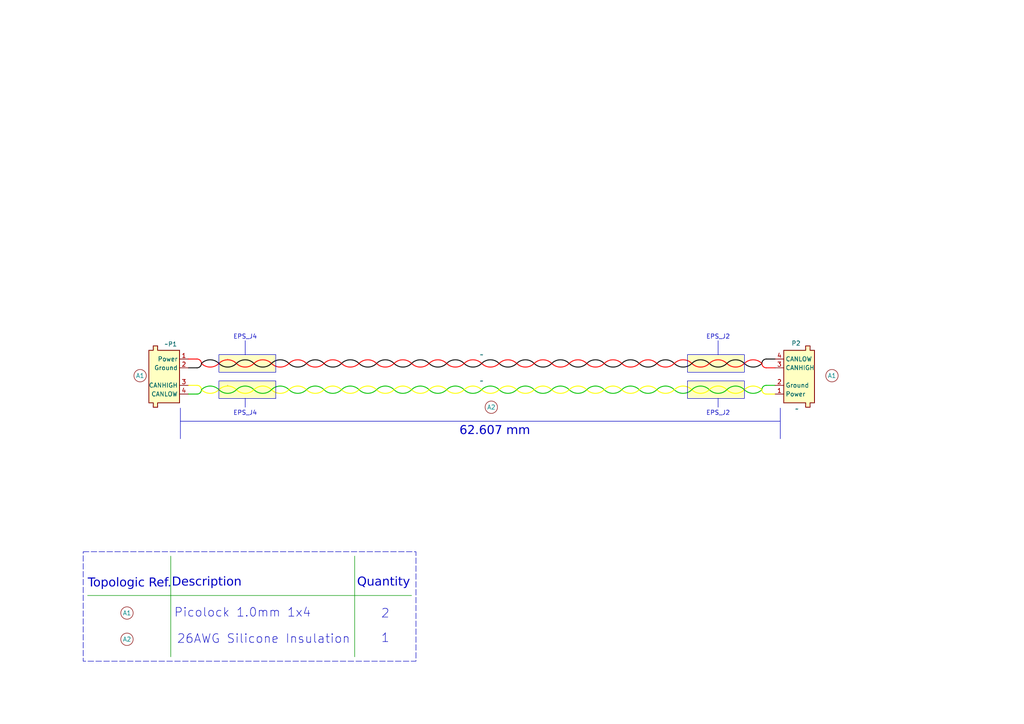
<source format=kicad_sch>
(kicad_sch (version 20231120) (generator "eeschema") (generator_version "8.0")
  (paper "A4")
  (title_block (title "CANBUS"))
  (lib_symbols
    (symbol "Molex_Nano_Fit_2x1_1"
      (property "Reference" "P1" (at -8.128 6.858 90))
      (property "Value" "~" (at -8.128 5.08 90))
      (symbol "Molex_Nano_Fit_2x1_1_0_1"
        (polyline (pts (xy 8.89 10.16) (xy 8.89 10.16)))
        (polyline (pts (xy -6.35 8.89) (xy 8.89 8.89) (xy 8.89 2.54) (xy 10.16 2.54) (xy 10.16 1.27) (xy 8.89 1.27) (xy 8.89 0) (xy 1.27 0) (xy 1.27 0) (xy -6.35 0) (xy -6.35 1.27) (xy -7.62 1.27) (xy -7.62 2.54) (xy -6.35 2.54) (xy -6.35 8.89)) (stroke (width 0.254)) (fill (type color) (color 255 255 194 1)))
      )
      (symbol "Molex_Nano_Fit_2x1_1_1_1"
        (pin input line (at -3.81 11.43 270) (length 2.54) (name "Power") (number "1"))
        (pin input line (at -1.27 11.43 270) (length 2.54) (name "Ground") (number "2"))
        (pin input line (at 3.81 11.43 270) (length 2.54) (name "CANHIGH") (number "3"))
        (pin input line (at 6.35 11.43 270) (length 2.54) (name "CANLOW") (number "4"))
      )
    )
    (symbol "Twisted_Cable_1"
      (property "Value" "~" (at 73.66 2.54 0))
      (symbol "Twisted_Cable_1_0_1"
        (arc (start -8.8899 -1.2701) (mid -7.9919 -0.8981) (end -7.6199 -0.0001) (stroke (width 0.254) (color 0 194 0 1)))
        (arc (start -7.62 0) (mid -7.992 0.898) (end -8.89 1.27) (stroke (width 0.254) (color 255 255 0 1)))
        (arc (start -7.62 0) (mid -5.08 -1.0521) (end -2.54 0) (stroke (width 0.254) (color 255 255 0 1)))
        (arc (start -2.54 0) (mid -5.08 1.0521) (end -7.62 0) (stroke (width 0.254) (color 0 194 0 1)))
        (arc (start -2.54 0) (mid 0 -1.0521) (end 2.54 0) (stroke (width 0.254) (color 0 194 0 1)))
        (polyline (pts (xy -8.89 -1.27) (xy -11.43 -1.27)) (stroke (width 0.254) (color 0 194 0 1)))
        (polyline (pts (xy -8.89 -1.27) (xy -8.89 -1.27)))
        (polyline (pts (xy -8.89 1.27) (xy -11.43 1.27)) (stroke (width 0.254) (color 255 255 0 1)))
        (polyline (pts (xy 156.21 -1.27) (xy 158.75 -1.27)) (stroke (width 0.254) (color 255 255 0 1)))
        (polyline (pts (xy 156.21 1.27) (xy 158.75 1.27)) (stroke (width 0.254) (color 0 194 0 1)))
        (arc (start 0 1.27) (mid 0 1.27) (end 0 1.27))
        (arc (start 2.54 0) (mid 0 1.0521) (end -2.54 0) (stroke (width 0.254) (color 255 255 0 1)))
        (arc (start 2.54 0) (mid 2.54 0) (end 2.54 0))
        (arc (start 2.54 0) (mid 5.08 -1.0521) (end 7.62 0) (stroke (width 0.254) (color 255 255 0 1)))
        (arc (start 7.62 0) (mid 5.08 1.0521) (end 2.54 0) (stroke (width 0.254) (color 0 194 0 1)))
        (arc (start 7.62 0) (mid 7.62 0) (end 7.62 0))
        (arc (start 7.62 0) (mid 10.16 -1.0521) (end 12.7 0) (stroke (width 0.254) (color 0 194 0 1)))
        (arc (start 12.7 0) (mid 10.16 1.0521) (end 7.62 0) (stroke (width 0.254) (color 255 255 0 1)))
        (arc (start 12.7 0) (mid 15.24 -1.0521) (end 17.78 0) (stroke (width 0.254) (color 255 255 0 1)))
        (arc (start 17.78 0) (mid 15.24 1.0521) (end 12.7 0) (stroke (width 0.254) (color 0 194 0 1)))
        (arc (start 17.78 0) (mid 17.78 0) (end 17.78 0))
        (arc (start 17.78 0) (mid 20.32 -1.0521) (end 22.86 0) (stroke (width 0.254) (color 0 194 0 1)))
        (arc (start 22.86 0) (mid 20.32 1.0521) (end 17.78 0) (stroke (width 0.254) (color 255 255 0 1)))
        (arc (start 22.86 0) (mid 25.4 -1.0521) (end 27.94 0) (stroke (width 0.254) (color 255 255 0 1)))
        (arc (start 27.94 0) (mid 25.4 1.0521) (end 22.86 0) (stroke (width 0.254) (color 0 194 0 1)))
        (arc (start 27.94 0) (mid 27.94 0) (end 27.94 0))
        (arc (start 27.94 0) (mid 30.48 -1.0521) (end 33.02 0) (stroke (width 0.254) (color 0 194 0 1)))
        (arc (start 33.02 0) (mid 30.48 1.0521) (end 27.94 0) (stroke (width 0.254) (color 255 255 0 1)))
        (arc (start 33.02 0) (mid 35.56 -1.0521) (end 38.1 0) (stroke (width 0.254) (color 255 255 0 1)))
        (arc (start 38.1 0) (mid 35.56 1.0521) (end 33.02 0) (stroke (width 0.254) (color 0 194 0 1)))
        (arc (start 38.1 0) (mid 38.1 0) (end 38.1 0))
        (arc (start 38.1 0) (mid 40.64 -1.0521) (end 43.18 0) (stroke (width 0.254) (color 0 194 0 1)))
        (arc (start 43.18 0) (mid 40.64 1.0521) (end 38.1 0) (stroke (width 0.254) (color 255 255 0 1)))
        (arc (start 43.18 0) (mid 45.72 -1.0521) (end 48.26 0) (stroke (width 0.254) (color 255 255 0 1)))
        (arc (start 48.26 0) (mid 45.72 1.0521) (end 43.18 0) (stroke (width 0.254) (color 0 194 0 1)))
        (arc (start 48.26 0) (mid 48.26 0) (end 48.26 0))
        (arc (start 48.26 0) (mid 50.8 -1.0521) (end 53.34 0) (stroke (width 0.254) (color 0 194 0 1)))
        (arc (start 53.34 0) (mid 50.8 1.0521) (end 48.26 0) (stroke (width 0.254) (color 255 255 0 1)))
        (arc (start 53.34 0) (mid 55.88 -1.0521) (end 58.42 0) (stroke (width 0.254) (color 255 255 0 1)))
        (arc (start 58.42 0) (mid 55.88 1.0521) (end 53.34 0) (stroke (width 0.254) (color 0 194 0 1)))
        (arc (start 58.42 0) (mid 58.42 0) (end 58.42 0))
        (arc (start 58.42 0) (mid 60.96 -1.0521) (end 63.5 0) (stroke (width 0.254) (color 0 194 0 1)))
        (arc (start 63.5 0) (mid 60.96 1.0521) (end 58.42 0) (stroke (width 0.254) (color 255 255 0 1)))
        (arc (start 63.5 0) (mid 66.04 -1.0521) (end 68.58 0) (stroke (width 0.254) (color 255 255 0 1)))
        (arc (start 68.58 0) (mid 66.04 1.0521) (end 63.5 0) (stroke (width 0.254) (color 0 194 0 1)))
        (arc (start 68.58 0) (mid 68.58 0) (end 68.58 0))
        (arc (start 68.58 0) (mid 71.12 -1.0521) (end 73.66 0) (stroke (width 0.254) (color 0 194 0 1)))
        (arc (start 73.66 0) (mid 71.12 1.0521) (end 68.58 0) (stroke (width 0.254) (color 255 255 0 1)))
        (arc (start 73.66 0) (mid 76.2 -1.0521) (end 78.74 0) (stroke (width 0.254) (color 255 255 0 1)))
        (arc (start 78.74 0) (mid 76.2 1.0521) (end 73.66 0) (stroke (width 0.254) (color 0 194 0 1)))
        (arc (start 78.74 0) (mid 78.74 0) (end 78.74 0))
        (arc (start 78.74 0) (mid 81.28 -1.0521) (end 83.82 0) (stroke (width 0.254) (color 0 194 0 1)))
        (arc (start 83.82 0) (mid 81.28 1.0521) (end 78.74 0) (stroke (width 0.254) (color 255 255 0 1)))
        (arc (start 83.82 0) (mid 86.36 -1.0521) (end 88.9 0) (stroke (width 0.254) (color 255 255 0 1)))
        (arc (start 88.9 0) (mid 86.36 1.0521) (end 83.82 0) (stroke (width 0.254) (color 0 194 0 1)))
        (arc (start 88.9 0) (mid 88.9 0) (end 88.9 0))
        (arc (start 88.9 0) (mid 91.44 -1.0521) (end 93.98 0) (stroke (width 0.254) (color 0 194 0 1)))
        (arc (start 93.98 0) (mid 91.44 1.0521) (end 88.9 0) (stroke (width 0.254) (color 255 255 0 1)))
        (arc (start 93.98 0) (mid 96.52 -1.0521) (end 99.06 0) (stroke (width 0.254) (color 255 255 0 1)))
        (arc (start 99.06 0) (mid 96.52 1.0521) (end 93.98 0) (stroke (width 0.254) (color 0 194 0 1)))
        (arc (start 99.06 0) (mid 99.06 0) (end 99.06 0))
        (arc (start 99.06 0) (mid 101.6 -1.0521) (end 104.14 0) (stroke (width 0.254) (color 0 194 0 1)))
        (arc (start 104.14 0) (mid 101.6 1.0521) (end 99.06 0) (stroke (width 0.254) (color 255 255 0 1)))
        (arc (start 104.14 0) (mid 106.68 -1.0521) (end 109.22 0) (stroke (width 0.254) (color 255 255 0 1)))
        (arc (start 109.22 0) (mid 106.68 1.0521) (end 104.14 0) (stroke (width 0.254) (color 0 194 0 1)))
        (arc (start 109.22 0) (mid 109.22 0) (end 109.22 0))
        (arc (start 109.22 0) (mid 111.76 -1.0521) (end 114.3 0) (stroke (width 0.254) (color 0 194 0 1)))
        (arc (start 114.3 0) (mid 111.76 1.0521) (end 109.22 0) (stroke (width 0.254) (color 255 255 0 1)))
        (arc (start 114.3 0) (mid 116.84 -1.0521) (end 119.38 0) (stroke (width 0.254) (color 255 255 0 1)))
        (arc (start 119.38 0) (mid 116.84 1.0521) (end 114.3 0) (stroke (width 0.254) (color 0 194 0 1)))
        (arc (start 119.38 0) (mid 119.38 0) (end 119.38 0))
        (arc (start 119.38 0) (mid 121.92 -1.0521) (end 124.46 0) (stroke (width 0.254) (color 0 194 0 1)))
        (arc (start 124.46 0) (mid 121.92 1.0521) (end 119.38 0) (stroke (width 0.254) (color 255 255 0 1)))
        (arc (start 124.46 0) (mid 127 -1.0521) (end 129.54 0) (stroke (width 0.254) (color 255 255 0 1)))
        (arc (start 129.54 0) (mid 127 1.0521) (end 124.46 0) (stroke (width 0.254) (color 0 194 0 1)))
        (arc (start 129.54 0) (mid 129.54 0) (end 129.54 0))
        (arc (start 129.54 0) (mid 132.08 -1.0521) (end 134.62 0) (stroke (width 0.254) (color 0 194 0 1)))
        (arc (start 134.62 0) (mid 132.08 1.0521) (end 129.54 0) (stroke (width 0.254) (color 255 255 0 1)))
        (arc (start 134.62 0) (mid 137.16 -1.0521) (end 139.7 0) (stroke (width 0.254) (color 255 255 0 1)))
        (arc (start 139.7 0) (mid 137.16 1.0521) (end 134.62 0) (stroke (width 0.254) (color 0 194 0 1)))
        (arc (start 139.7 0) (mid 139.7 0) (end 139.7 0))
        (arc (start 139.7 0) (mid 142.24 -1.0521) (end 144.78 0) (stroke (width 0.254) (color 0 194 0 1)))
        (arc (start 144.78 0) (mid 142.24 1.0521) (end 139.7 0) (stroke (width 0.254) (color 255 255 0 1)))
        (arc (start 144.78 0) (mid 147.32 -1.0521) (end 149.86 0) (stroke (width 0.254) (color 255 255 0 1)))
        (arc (start 149.86 0) (mid 147.32 1.0521) (end 144.78 0) (stroke (width 0.254) (color 0 194 0 1)))
        (arc (start 149.86 0) (mid 149.86 0) (end 149.86 0))
        (arc (start 149.86 0) (mid 152.4 -1.0521) (end 154.94 0) (stroke (width 0.254) (color 0 194 0 1)))
        (arc (start 154.94 0) (mid 152.4 1.0521) (end 149.86 0) (stroke (width 0.254) (color 255 255 0 1)))
        (arc (start 154.94 0) (mid 155.312 -0.898) (end 156.21 -1.27) (stroke (width 0.254) (color 255 255 0 1)))
        (arc (start 156.21 1.27) (mid 155.312 0.898) (end 154.94 0) (stroke (width 0.254) (color 0 194 0 1)))
      )
    )
    (symbol "connectors:Twisted_Cable"
      (property "Value" "~" (at 73.66 2.54 0))
      (symbol "Twisted_Cable_0_1"
        (arc (start -8.8899 -1.2701) (mid -7.9919 -0.8981) (end -7.6199 -0.0001) (stroke (width 0.254) (color 0 0 0 1)))
        (arc (start -7.62 0) (mid -7.992 0.898) (end -8.89 1.27) (stroke (width 0.254) (color 255 0 0 1)))
        (arc (start -7.62 0) (mid -5.08 -1.0521) (end -2.54 0) (stroke (width 0.254) (color 255 0 0 1)))
        (arc (start -2.54 0) (mid -5.08 1.0521) (end -7.62 0) (stroke (width 0.254) (color 0 0 0 1)))
        (arc (start -2.54 0) (mid 0 -1.0521) (end 2.54 0) (stroke (width 0.254) (color 0 0 0 1)))
        (polyline (pts (xy -8.89 -1.27) (xy -11.43 -1.27)) (stroke (width 0.254) (color 0 0 0 1)))
        (polyline (pts (xy -8.89 -1.27) (xy -8.89 -1.27)))
        (polyline (pts (xy -8.89 1.27) (xy -11.43 1.27)) (stroke (width 0.254) (color 255 0 0 1)))
        (polyline (pts (xy 156.21 -1.27) (xy 158.75 -1.27)) (stroke (width 0.254) (color 255 0 0 1)))
        (polyline (pts (xy 156.21 1.27) (xy 158.75 1.27)) (stroke (width 0.254) (color 0 0 0 1)))
        (arc (start 0 1.27) (mid 0 1.27) (end 0 1.27))
        (arc (start 2.54 0) (mid 0 1.0521) (end -2.54 0) (stroke (width 0.254) (color 255 0 0 1)))
        (arc (start 2.54 0) (mid 2.54 0) (end 2.54 0))
        (arc (start 2.54 0) (mid 5.08 -1.0521) (end 7.62 0) (stroke (width 0.254) (color 255 0 0 1)))
        (arc (start 7.62 0) (mid 5.08 1.0521) (end 2.54 0) (stroke (width 0.254) (color 0 0 0 1)))
        (arc (start 7.62 0) (mid 7.62 0) (end 7.62 0))
        (arc (start 7.62 0) (mid 10.16 -1.0521) (end 12.7 0) (stroke (width 0.254) (color 0 0 0 1)))
        (arc (start 12.7 0) (mid 10.16 1.0521) (end 7.62 0) (stroke (width 0.254) (color 255 0 0 1)))
        (arc (start 12.7 0) (mid 15.24 -1.0521) (end 17.78 0) (stroke (width 0.254) (color 255 0 0 1)))
        (arc (start 17.78 0) (mid 15.24 1.0521) (end 12.7 0) (stroke (width 0.254) (color 0 0 0 1)))
        (arc (start 17.78 0) (mid 17.78 0) (end 17.78 0))
        (arc (start 17.78 0) (mid 20.32 -1.0521) (end 22.86 0) (stroke (width 0.254) (color 0 0 0 1)))
        (arc (start 22.86 0) (mid 20.32 1.0521) (end 17.78 0) (stroke (width 0.254) (color 255 0 0 1)))
        (arc (start 22.86 0) (mid 25.4 -1.0521) (end 27.94 0) (stroke (width 0.254) (color 255 0 0 1)))
        (arc (start 27.94 0) (mid 25.4 1.0521) (end 22.86 0) (stroke (width 0.254) (color 0 0 0 1)))
        (arc (start 27.94 0) (mid 27.94 0) (end 27.94 0))
        (arc (start 27.94 0) (mid 30.48 -1.0521) (end 33.02 0) (stroke (width 0.254) (color 0 0 0 1)))
        (arc (start 33.02 0) (mid 30.48 1.0521) (end 27.94 0) (stroke (width 0.254) (color 255 0 0 1)))
        (arc (start 33.02 0) (mid 35.56 -1.0521) (end 38.1 0) (stroke (width 0.254) (color 255 0 0 1)))
        (arc (start 38.1 0) (mid 35.56 1.0521) (end 33.02 0) (stroke (width 0.254) (color 0 0 0 1)))
        (arc (start 38.1 0) (mid 38.1 0) (end 38.1 0))
        (arc (start 38.1 0) (mid 40.64 -1.0521) (end 43.18 0) (stroke (width 0.254) (color 0 0 0 1)))
        (arc (start 43.18 0) (mid 40.64 1.0521) (end 38.1 0) (stroke (width 0.254) (color 255 0 0 1)))
        (arc (start 43.18 0) (mid 45.72 -1.0521) (end 48.26 0) (stroke (width 0.254) (color 255 0 0 1)))
        (arc (start 48.26 0) (mid 45.72 1.0521) (end 43.18 0) (stroke (width 0.254) (color 0 0 0 1)))
        (arc (start 48.26 0) (mid 48.26 0) (end 48.26 0))
        (arc (start 48.26 0) (mid 50.8 -1.0521) (end 53.34 0) (stroke (width 0.254) (color 0 0 0 1)))
        (arc (start 53.34 0) (mid 50.8 1.0521) (end 48.26 0) (stroke (width 0.254) (color 255 0 0 1)))
        (arc (start 53.34 0) (mid 55.88 -1.0521) (end 58.42 0) (stroke (width 0.254) (color 255 0 0 1)))
        (arc (start 58.42 0) (mid 55.88 1.0521) (end 53.34 0) (stroke (width 0.254) (color 0 0 0 1)))
        (arc (start 58.42 0) (mid 58.42 0) (end 58.42 0))
        (arc (start 58.42 0) (mid 60.96 -1.0521) (end 63.5 0) (stroke (width 0.254) (color 0 0 0 1)))
        (arc (start 63.5 0) (mid 60.96 1.0521) (end 58.42 0) (stroke (width 0.254) (color 255 0 0 1)))
        (arc (start 63.5 0) (mid 66.04 -1.0521) (end 68.58 0) (stroke (width 0.254) (color 255 0 0 1)))
        (arc (start 68.58 0) (mid 66.04 1.0521) (end 63.5 0) (stroke (width 0.254) (color 0 0 0 1)))
        (arc (start 68.58 0) (mid 68.58 0) (end 68.58 0))
        (arc (start 68.58 0) (mid 71.12 -1.0521) (end 73.66 0) (stroke (width 0.254) (color 0 0 0 1)))
        (arc (start 73.66 0) (mid 71.12 1.0521) (end 68.58 0) (stroke (width 0.254) (color 255 0 0 1)))
        (arc (start 73.66 0) (mid 76.2 -1.0521) (end 78.74 0) (stroke (width 0.254) (color 255 0 0 1)))
        (arc (start 78.74 0) (mid 76.2 1.0521) (end 73.66 0) (stroke (width 0.254) (color 0 0 0 1)))
        (arc (start 78.74 0) (mid 78.74 0) (end 78.74 0))
        (arc (start 78.74 0) (mid 81.28 -1.0521) (end 83.82 0) (stroke (width 0.254) (color 0 0 0 1)))
        (arc (start 83.82 0) (mid 81.28 1.0521) (end 78.74 0) (stroke (width 0.254) (color 255 0 0 1)))
        (arc (start 83.82 0) (mid 86.36 -1.0521) (end 88.9 0) (stroke (width 0.254) (color 255 0 0 1)))
        (arc (start 88.9 0) (mid 86.36 1.0521) (end 83.82 0) (stroke (width 0.254) (color 0 0 0 1)))
        (arc (start 88.9 0) (mid 88.9 0) (end 88.9 0))
        (arc (start 88.9 0) (mid 91.44 -1.0521) (end 93.98 0) (stroke (width 0.254) (color 0 0 0 1)))
        (arc (start 93.98 0) (mid 91.44 1.0521) (end 88.9 0) (stroke (width 0.254) (color 255 0 0 1)))
        (arc (start 93.98 0) (mid 96.52 -1.0521) (end 99.06 0) (stroke (width 0.254) (color 255 0 0 1)))
        (arc (start 99.06 0) (mid 96.52 1.0521) (end 93.98 0) (stroke (width 0.254) (color 0 0 0 1)))
        (arc (start 99.06 0) (mid 99.06 0) (end 99.06 0))
        (arc (start 99.06 0) (mid 101.6 -1.0521) (end 104.14 0) (stroke (width 0.254) (color 0 0 0 1)))
        (arc (start 104.14 0) (mid 101.6 1.0521) (end 99.06 0) (stroke (width 0.254) (color 255 0 0 1)))
        (arc (start 104.14 0) (mid 106.68 -1.0521) (end 109.22 0) (stroke (width 0.254) (color 255 0 0 1)))
        (arc (start 109.22 0) (mid 106.68 1.0521) (end 104.14 0) (stroke (width 0.254) (color 0 0 0 1)))
        (arc (start 109.22 0) (mid 109.22 0) (end 109.22 0))
        (arc (start 109.22 0) (mid 111.76 -1.0521) (end 114.3 0) (stroke (width 0.254) (color 0 0 0 1)))
        (arc (start 114.3 0) (mid 111.76 1.0521) (end 109.22 0) (stroke (width 0.254) (color 255 0 0 1)))
        (arc (start 114.3 0) (mid 116.84 -1.0521) (end 119.38 0) (stroke (width 0.254) (color 255 0 0 1)))
        (arc (start 119.38 0) (mid 116.84 1.0521) (end 114.3 0) (stroke (width 0.254) (color 0 0 0 1)))
        (arc (start 119.38 0) (mid 119.38 0) (end 119.38 0))
        (arc (start 119.38 0) (mid 121.92 -1.0521) (end 124.46 0) (stroke (width 0.254) (color 0 0 0 1)))
        (arc (start 124.46 0) (mid 121.92 1.0521) (end 119.38 0) (stroke (width 0.254) (color 255 0 0 1)))
        (arc (start 124.46 0) (mid 127 -1.0521) (end 129.54 0) (stroke (width 0.254) (color 255 0 0 1)))
        (arc (start 129.54 0) (mid 127 1.0521) (end 124.46 0) (stroke (width 0.254) (color 0 0 0 1)))
        (arc (start 129.54 0) (mid 129.54 0) (end 129.54 0))
        (arc (start 129.54 0) (mid 132.08 -1.0521) (end 134.62 0) (stroke (width 0.254) (color 0 0 0 1)))
        (arc (start 134.62 0) (mid 132.08 1.0521) (end 129.54 0) (stroke (width 0.254) (color 255 0 0 1)))
        (arc (start 134.62 0) (mid 137.16 -1.0521) (end 139.7 0) (stroke (width 0.254) (color 255 0 0 1)))
        (arc (start 139.7 0) (mid 137.16 1.0521) (end 134.62 0) (stroke (width 0.254) (color 0 0 0 1)))
        (arc (start 139.7 0) (mid 139.7 0) (end 139.7 0))
        (arc (start 139.7 0) (mid 142.24 -1.0521) (end 144.78 0) (stroke (width 0.254) (color 0 0 0 1)))
        (arc (start 144.78 0) (mid 142.24 1.0521) (end 139.7 0) (stroke (width 0.254) (color 255 0 0 1)))
        (arc (start 144.78 0) (mid 147.32 -1.0521) (end 149.86 0) (stroke (width 0.254) (color 255 0 0 1)))
        (arc (start 149.86 0) (mid 147.32 1.0521) (end 144.78 0) (stroke (width 0.254) (color 0 0 0 1)))
        (arc (start 149.86 0) (mid 149.86 0) (end 149.86 0))
        (arc (start 149.86 0) (mid 152.4 -1.0521) (end 154.94 0) (stroke (width 0.254) (color 0 0 0 1)))
        (arc (start 154.94 0) (mid 152.4 1.0521) (end 149.86 0) (stroke (width 0.254) (color 255 0 0 1)))
        (arc (start 154.94 0) (mid 155.312 -0.898) (end 156.21 -1.27) (stroke (width 0.254) (color 255 0 0 1)))
        (arc (start 156.21 1.27) (mid 155.312 0.898) (end 154.94 0) (stroke (width 0.254) (color 0 0 0 1)))
      )
    )
  )
  (polyline (pts (xy 208.28 115.57) (xy 208.28 118.11)))
  (wire (pts (xy 49.53 161.29) (xy 49.53 190.5)))
  (polyline (pts (xy 52.324 118.364) (xy 52.324 127.254)))
  (polyline (pts (xy 208.28 98.806) (xy 208.28 102.87)))
  (wire (pts (xy 25.4 172.72) (xy 119.38 172.72)))
  (wire (pts (xy 102.87 161.29) (xy 102.87 190.5)))
  (polyline (pts (xy 226.314 118.364) (xy 226.314 127.254)))
  (polyline (pts (xy 71.12 98.806) (xy 71.12 102.87)))
  (polyline (pts (xy 71.12 115.57) (xy 71.12 118.11)))
  (polyline (pts (xy 52.324 122.174) (xy 226.314 122.174)))
  (rectangle (start 199.39 110.49) (end 215.9 115.57) (fill (type color) (color 255 255 194 1)))
  (circle (center 36.83 185.42) (radius 1.7961) (stroke (width 0) (color 132 0 0 1)))
  (circle (center 36.83 177.8) (radius 1.7961) (stroke (width 0) (color 132 0 0 1)))
  (rectangle (start 199.39 102.87) (end 215.9 107.95) (fill (type color) (color 255 255 194 1)))
  (rectangle (start 24.13 160.02) (end 120.65 191.77) (stroke (width 0) (type dash)))
  (rectangle (start 63.5 110.49) (end 80.01 115.57) (fill (type color) (color 255 255 194 1)))
  (circle (center 241.3 108.966) (radius 1.7961) (stroke (width 0) (color 132 0 0 1)))
  (circle (center 142.494 118.11) (radius 1.7961) (stroke (width 0) (color 132 0 0 1)))
  (rectangle (start 63.5 102.87) (end 80.01 107.95) (fill (type color) (color 255 255 194 1)))
  (circle (center 40.64 108.966) (radius 1.7961) (stroke (width 0) (color 132 0 0 1)))
  (text "A2\n" (at 36.83 185.674 0) (effects (font (size 1.27 1.27))))
  (text "Quantity" (at 111.252 169.672 0) (effects (font (size 2.54 2.54))))
  (text "Description" (at 59.944 169.672 0) (effects (font (size 2.54 2.54))))
  (text "Topologic Ref." (at 37.592 169.926 0) (effects (font (size 2.54 2.54))))
  (text "EPS_J2" (at 208.28 119.888 0) (effects (font (size 1.27 1.27))))
  (text "26AWG Silicone Insulation" (at 76.454 185.42 0) (effects (font (size 2.54 2.54))))
  (text "62.607 mm" (at 143.51 125.73 0) (effects (font (size 2.54 2.54))))
  (text "2" (at 111.76 178.054 0) (effects (font (size 2.54 2.54))))
  (text "EPS_J4" (at 71.12 119.888 0) (effects (font (size 1.27 1.27))))
  (text "A1" (at 36.83 178.054 0) (effects (font (size 1.27 1.27))))
  (text "A1" (at 40.64 109.22 0) (effects (font (size 1.27 1.27))))
  (text "EPS_J2" (at 208.28 97.79 0) (effects (font (size 1.27 1.27))))
  (text "EPS_J4" (at 71.12 97.79 0) (effects (font (size 1.27 1.27))))
  (text "Picolock 1.0mm 1x4" (at 70.358 177.8 0) (effects (font (size 2.54 2.54))))
  (text "1" (at 111.76 185.166 0) (effects (font (size 2.54 2.54))))
  (text "A2\n" (at 142.494 118.364 0) (effects (font (size 1.27 1.27))))
  (text "A1" (at 241.3 109.22 0) (effects (font (size 1.27 1.27))))
  (symbol (lib_name "Molex_Nano_Fit_2x1_1") (lib_id "connectors:Molex_Nano_Fit_2x1") (at 43.18 107.95 270) (unit 1)
    (property "Reference" "P1" (at 50.038 99.822 90))
    (property "Value" "~" (at 48.26 99.822 90))
  )
  (symbol (lib_id "connectors:Twisted_Cable") (at 66.04 105.41 0) (unit 1)
    (property "Reference" "U1" (effects (hide yes)))
    (property "Value" "~" (at 139.7 102.87 0))
  )
  (symbol (lib_name "Twisted_Cable_1") (lib_id "connectors:Twisted_Cable") (at 66.04 113.03 0) (unit 1)
    (property "Reference" "U2" (effects (hide yes)))
    (property "Value" "~" (at 139.7 110.49 0))
  )
  (symbol (lib_name "Molex_Nano_Fit_2x1_1") (lib_id "connectors:Molex_Nano_Fit_2x1") (at 236.22 110.49 90) (unit 1)
    (property "Reference" "P2" (at 230.886 99.568 90))
    (property "Value" "~" (at 231.14 118.618 90))
  )
)
</source>
